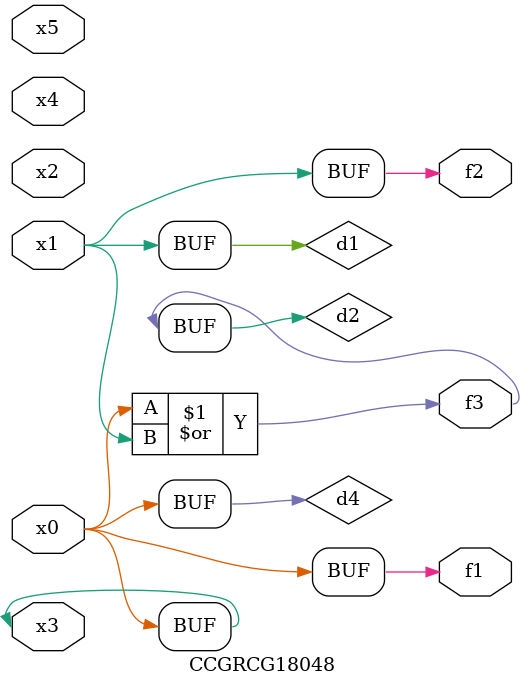
<source format=v>
module CCGRCG18048(
	input x0, x1, x2, x3, x4, x5,
	output f1, f2, f3
);

	wire d1, d2, d3, d4;

	and (d1, x1);
	or (d2, x0, x1);
	nand (d3, x0, x5);
	buf (d4, x0, x3);
	assign f1 = d4;
	assign f2 = d1;
	assign f3 = d2;
endmodule

</source>
